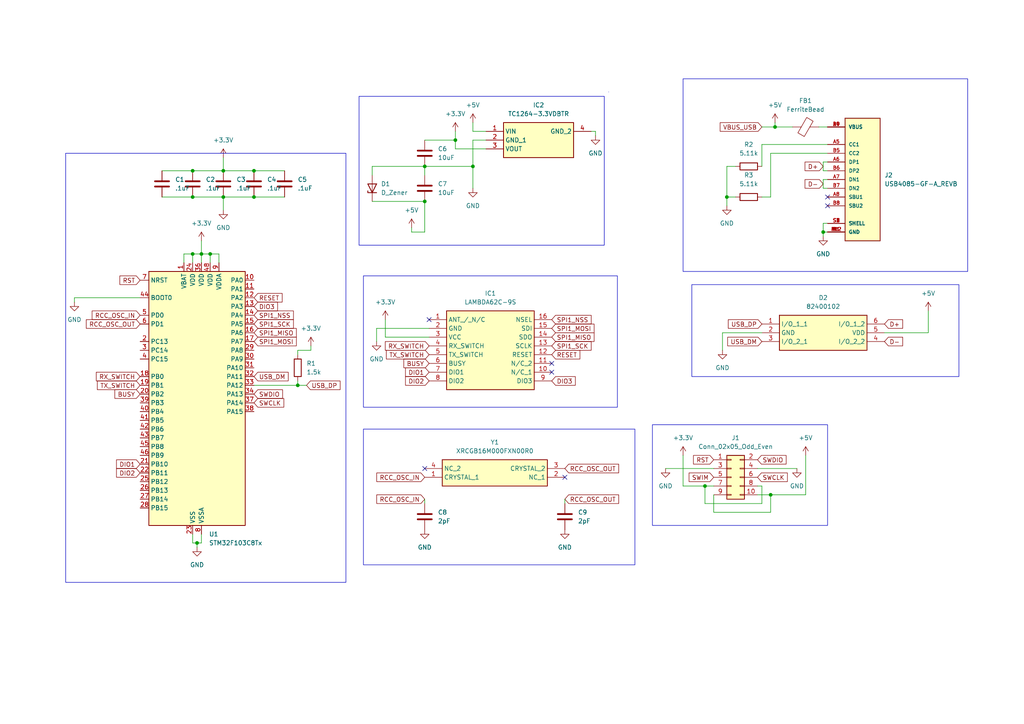
<source format=kicad_sch>
(kicad_sch (version 20230121) (generator eeschema)
  (paper "A4")
  (lib_symbols
    (symbol "Connector_Generic:Conn_02x05_Odd_Even" (pin_names (offset 1.016) hide)
      (property "Reference" "J" (at 1.27 7.62 0))
      (property "Value" "Conn_02x05_Odd_Even" (at 1.27 -7.62 0))
      (symbol "Conn_02x05_Odd_Even_1_1"
        (rectangle (start -1.27 -4.953) (end 0 -5.207) (stroke (width 0.1524)))
        (rectangle (start -1.27 -2.413) (end 0 -2.667) (stroke (width 0.1524)))
        (rectangle (start -1.27 0.127) (end 0 -0.127) (stroke (width 0.1524)))
        (rectangle (start -1.27 2.667) (end 0 2.413) (stroke (width 0.1524)))
        (rectangle (start -1.27 5.207) (end 0 4.953) (stroke (width 0.1524)))
        (rectangle (start -1.27 6.35) (end 3.81 -6.35) (stroke (width 0.254)) (fill (type background)))
        (rectangle (start 3.81 -4.953) (end 2.54 -5.207) (stroke (width 0.1524)))
        (rectangle (start 3.81 -2.413) (end 2.54 -2.667) (stroke (width 0.1524)))
        (rectangle (start 3.81 0.127) (end 2.54 -0.127) (stroke (width 0.1524)))
        (rectangle (start 3.81 2.667) (end 2.54 2.413) (stroke (width 0.1524)))
        (rectangle (start 3.81 5.207) (end 2.54 4.953) (stroke (width 0.1524)))
        (pin passive line (at -5.08 5.08 0) (length 3.81) (name "Pin_1") (number "1"))
        (pin passive line (at 7.62 -5.08 180) (length 3.81) (name "Pin_10") (number "10"))
        (pin passive line (at 7.62 5.08 180) (length 3.81) (name "Pin_2") (number "2"))
        (pin passive line (at -5.08 2.54 0) (length 3.81) (name "Pin_3") (number "3"))
        (pin passive line (at 7.62 2.54 180) (length 3.81) (name "Pin_4") (number "4"))
        (pin passive line (at -5.08 0 0) (length 3.81) (name "Pin_5") (number "5"))
        (pin passive line (at 7.62 0 180) (length 3.81) (name "Pin_6") (number "6"))
        (pin passive line (at -5.08 -2.54 0) (length 3.81) (name "Pin_7") (number "7"))
        (pin passive line (at 7.62 -2.54 180) (length 3.81) (name "Pin_8") (number "8"))
        (pin passive line (at -5.08 -5.08 0) (length 3.81) (name "Pin_9") (number "9"))
      )
    )
    (symbol "Device:C" (pin_numbers hide) (pin_names (offset 0.254))
      (property "Reference" "C" (at 0.635 2.54 0))
      (property "Value" "C" (at 0.635 -2.54 0))
      (symbol "C_0_1"
        (polyline (pts (xy -2.032 -0.762) (xy 2.032 -0.762)) (stroke (width 0.508)))
        (polyline (pts (xy -2.032 0.762) (xy 2.032 0.762)) (stroke (width 0.508)))
      )
      (symbol "C_1_1"
        (pin passive line (at 0 3.81 270) (length 2.794) (name "~") (number "1"))
        (pin passive line (at 0 -3.81 90) (length 2.794) (name "~") (number "2"))
      )
    )
    (symbol "Device:D_Zener" (pin_numbers hide) (pin_names (offset 1.016) hide)
      (property "Reference" "D" (at 0 2.54 0))
      (property "Value" "D_Zener" (at 0 -2.54 0))
      (symbol "D_Zener_0_1"
        (polyline (pts (xy 1.27 0) (xy -1.27 0)))
        (polyline (pts (xy -1.27 -1.27) (xy -1.27 1.27) (xy -0.762 1.27)) (stroke (width 0.254)))
        (polyline (pts (xy 1.27 -1.27) (xy 1.27 1.27) (xy -1.27 0) (xy 1.27 -1.27)) (stroke (width 0.254)))
      )
      (symbol "D_Zener_1_1"
        (pin passive line (at -3.81 0 0) (length 2.54) (name "K") (number "1"))
        (pin passive line (at 3.81 0 180) (length 2.54) (name "A") (number "2"))
      )
    )
    (symbol "Device:FerriteBead" (pin_numbers hide) (pin_names (offset 0))
      (property "Reference" "FB" (at -3.81 0.635 90))
      (property "Value" "FerriteBead" (at 3.81 0 90))
      (symbol "FerriteBead_0_1"
        (polyline (pts (xy 0 -1.27) (xy 0 -1.2192)))
        (polyline (pts (xy 0 1.27) (xy 0 1.2954)))
        (polyline (pts (xy -2.7686 0.4064) (xy -1.7018 2.2606) (xy 2.7686 -0.3048) (xy 1.6764 -2.159) (xy -2.7686 0.4064)))
      )
      (symbol "FerriteBead_1_1"
        (pin passive line (at 0 3.81 270) (length 2.54) (name "~") (number "1"))
        (pin passive line (at 0 -3.81 90) (length 2.54) (name "~") (number "2"))
      )
    )
    (symbol "Device:R" (pin_numbers hide) (pin_names (offset 0))
      (property "Reference" "R" (at 2.032 0 90))
      (property "Value" "R" (at 0 0 90))
      (symbol "R_0_1"
        (rectangle (start -1.016 -2.54) (end 1.016 2.54) (stroke (width 0.254)))
      )
      (symbol "R_1_1"
        (pin passive line (at 0 3.81 270) (length 1.27) (name "~") (number "1"))
        (pin passive line (at 0 -3.81 90) (length 1.27) (name "~") (number "2"))
      )
    )
    (symbol "MCU_ST_STM32F1:STM32F103C8Tx"
      (property "Reference" "U" (at -12.7 39.37 0))
      (property "Value" "STM32F103C8Tx" (at 10.16 39.37 0))
      (symbol "STM32F103C8Tx_0_1"
        (rectangle (start -12.7 -35.56) (end 15.24 38.1) (stroke (width 0.254)) (fill (type background)))
      )
      (symbol "STM32F103C8Tx_1_1"
        (pin power_in line (at -2.54 40.64 270) (length 2.54) (name "VBAT") (number "1"))
        (pin bidirectional line (at 17.78 35.56 180) (length 2.54) (name "PA0") (number "10"))
        (pin bidirectional line (at 17.78 33.02 180) (length 2.54) (name "PA1") (number "11"))
        (pin bidirectional line (at 17.78 30.48 180) (length 2.54) (name "PA2") (number "12"))
        (pin bidirectional line (at 17.78 27.94 180) (length 2.54) (name "PA3") (number "13"))
        (pin bidirectional line (at 17.78 25.4 180) (length 2.54) (name "PA4") (number "14"))
        (pin bidirectional line (at 17.78 22.86 180) (length 2.54) (name "PA5") (number "15"))
        (pin bidirectional line (at 17.78 20.32 180) (length 2.54) (name "PA6") (number "16"))
        (pin bidirectional line (at 17.78 17.78 180) (length 2.54) (name "PA7") (number "17"))
        (pin bidirectional line (at -15.24 7.62 0) (length 2.54) (name "PB0") (number "18"))
        (pin bidirectional line (at -15.24 5.08 0) (length 2.54) (name "PB1") (number "19"))
        (pin bidirectional line (at -15.24 17.78 0) (length 2.54) (name "PC13") (number "2"))
        (pin bidirectional line (at -15.24 2.54 0) (length 2.54) (name "PB2") (number "20"))
        (pin bidirectional line (at -15.24 -17.78 0) (length 2.54) (name "PB10") (number "21"))
        (pin bidirectional line (at -15.24 -20.32 0) (length 2.54) (name "PB11") (number "22"))
        (pin power_in line (at 0 -38.1 90) (length 2.54) (name "VSS") (number "23"))
        (pin power_in line (at 0 40.64 270) (length 2.54) (name "VDD") (number "24"))
        (pin bidirectional line (at -15.24 -22.86 0) (length 2.54) (name "PB12") (number "25"))
        (pin bidirectional line (at -15.24 -25.4 0) (length 2.54) (name "PB13") (number "26"))
        (pin bidirectional line (at -15.24 -27.94 0) (length 2.54) (name "PB14") (number "27"))
        (pin bidirectional line (at -15.24 -30.48 0) (length 2.54) (name "PB15") (number "28"))
        (pin bidirectional line (at 17.78 15.24 180) (length 2.54) (name "PA8") (number "29"))
        (pin bidirectional line (at -15.24 15.24 0) (length 2.54) (name "PC14") (number "3"))
        (pin bidirectional line (at 17.78 12.7 180) (length 2.54) (name "PA9") (number "30"))
        (pin bidirectional line (at 17.78 10.16 180) (length 2.54) (name "PA10") (number "31"))
        (pin bidirectional line (at 17.78 7.62 180) (length 2.54) (name "PA11") (number "32"))
        (pin bidirectional line (at 17.78 5.08 180) (length 2.54) (name "PA12") (number "33"))
        (pin bidirectional line (at 17.78 2.54 180) (length 2.54) (name "PA13") (number "34"))
        (pin passive line (at 0 -38.1 90) (length 2.54) hide (name "VSS") (number "35"))
        (pin power_in line (at 2.54 40.64 270) (length 2.54) (name "VDD") (number "36"))
        (pin bidirectional line (at 17.78 0 180) (length 2.54) (name "PA14") (number "37"))
        (pin bidirectional line (at 17.78 -2.54 180) (length 2.54) (name "PA15") (number "38"))
        (pin bidirectional line (at -15.24 0 0) (length 2.54) (name "PB3") (number "39"))
        (pin bidirectional line (at -15.24 12.7 0) (length 2.54) (name "PC15") (number "4"))
        (pin bidirectional line (at -15.24 -2.54 0) (length 2.54) (name "PB4") (number "40"))
        (pin bidirectional line (at -15.24 -5.08 0) (length 2.54) (name "PB5") (number "41"))
        (pin bidirectional line (at -15.24 -7.62 0) (length 2.54) (name "PB6") (number "42"))
        (pin bidirectional line (at -15.24 -10.16 0) (length 2.54) (name "PB7") (number "43"))
        (pin input line (at -15.24 30.48 0) (length 2.54) (name "BOOT0") (number "44"))
        (pin bidirectional line (at -15.24 -12.7 0) (length 2.54) (name "PB8") (number "45"))
        (pin bidirectional line (at -15.24 -15.24 0) (length 2.54) (name "PB9") (number "46"))
        (pin passive line (at 0 -38.1 90) (length 2.54) hide (name "VSS") (number "47"))
        (pin power_in line (at 5.08 40.64 270) (length 2.54) (name "VDD") (number "48"))
        (pin bidirectional line (at -15.24 25.4 0) (length 2.54) (name "PD0") (number "5"))
        (pin bidirectional line (at -15.24 22.86 0) (length 2.54) (name "PD1") (number "6"))
        (pin input line (at -15.24 35.56 0) (length 2.54) (name "NRST") (number "7"))
        (pin power_in line (at 2.54 -38.1 90) (length 2.54) (name "VSSA") (number "8"))
        (pin power_in line (at 7.62 40.64 270) (length 2.54) (name "VDDA") (number "9"))
      )
    )
    (symbol "SamacSys_Parts:82400102"
      (property "Reference" "D" (at 31.75 7.62 0))
      (property "Value" "82400102" (at 31.75 5.08 0))
      (symbol "82400102_1_1"
        (rectangle (start 5.08 2.54) (end 30.48 -7.62) (stroke (width 0.254)) (fill (type background)))
        (pin passive line (at 0 0 0) (length 5.08) (name "I/O_1_1") (number "1"))
        (pin passive line (at 0 -2.54 0) (length 5.08) (name "GND") (number "2"))
        (pin passive line (at 0 -5.08 0) (length 5.08) (name "I/O_2_1") (number "3"))
        (pin passive line (at 35.56 -5.08 180) (length 5.08) (name "I/O_2_2") (number "4"))
        (pin passive line (at 35.56 -2.54 180) (length 5.08) (name "VDD") (number "5"))
        (pin passive line (at 35.56 0 180) (length 5.08) (name "I/O_1_2") (number "6"))
      )
    )
    (symbol "SamacSys_Parts:LAMBDA62C-9S"
      (property "Reference" "IC" (at 31.75 7.62 0))
      (property "Value" "LAMBDA62C-9S" (at 31.75 5.08 0))
      (symbol "LAMBDA62C-9S_1_1"
        (rectangle (start 5.08 2.54) (end 30.48 -20.32) (stroke (width 0.254)) (fill (type background)))
        (pin passive line (at 0 0 0) (length 5.08) (name "ANT_/_N/C") (number "1"))
        (pin passive line (at 35.56 -15.24 180) (length 5.08) (name "N/C_1") (number "10"))
        (pin passive line (at 35.56 -12.7 180) (length 5.08) (name "N/C_2") (number "11"))
        (pin passive line (at 35.56 -10.16 180) (length 5.08) (name "RESET") (number "12"))
        (pin passive line (at 35.56 -7.62 180) (length 5.08) (name "SCLK") (number "13"))
        (pin passive line (at 35.56 -5.08 180) (length 5.08) (name "SDO") (number "14"))
        (pin passive line (at 35.56 -2.54 180) (length 5.08) (name "SDI") (number "15"))
        (pin passive line (at 35.56 0 180) (length 5.08) (name "NSEL") (number "16"))
        (pin passive line (at 0 -2.54 0) (length 5.08) (name "GND") (number "2"))
        (pin passive line (at 0 -5.08 0) (length 5.08) (name "VCC") (number "3"))
        (pin passive line (at 0 -7.62 0) (length 5.08) (name "RX_SWITCH") (number "4"))
        (pin passive line (at 0 -10.16 0) (length 5.08) (name "TX_SWITCH") (number "5"))
        (pin passive line (at 0 -12.7 0) (length 5.08) (name "BUSY") (number "6"))
        (pin passive line (at 0 -15.24 0) (length 5.08) (name "DIO1") (number "7"))
        (pin passive line (at 0 -17.78 0) (length 5.08) (name "DIO2") (number "8"))
        (pin passive line (at 35.56 -17.78 180) (length 5.08) (name "DIO3") (number "9"))
      )
    )
    (symbol "SamacSys_Parts:TC1264-3.3VDBTR"
      (property "Reference" "IC" (at 26.67 7.62 0))
      (property "Value" "TC1264-3.3VDBTR" (at 26.67 5.08 0))
      (symbol "TC1264-3.3VDBTR_1_1"
        (rectangle (start 5.08 2.54) (end 25.4 -7.62) (stroke (width 0.254)) (fill (type background)))
        (pin passive line (at 0 0 0) (length 5.08) (name "VIN") (number "1"))
        (pin passive line (at 0 -2.54 0) (length 5.08) (name "GND_1") (number "2"))
        (pin passive line (at 0 -5.08 0) (length 5.08) (name "VOUT") (number "3"))
        (pin passive line (at 30.48 0 180) (length 5.08) (name "GND_2") (number "4"))
      )
    )
    (symbol "SamacSys_Parts:XRCGB16M000FXN00R0"
      (property "Reference" "Y" (at 36.83 7.62 0))
      (property "Value" "XRCGB16M000FXN00R0" (at 36.83 5.08 0))
      (symbol "XRCGB16M000FXN00R0_1_1"
        (rectangle (start 5.08 2.54) (end 35.56 -5.08) (stroke (width 0.254)) (fill (type background)))
        (pin passive line (at 0 -2.54 0) (length 5.08) (name "CRYSTAL_1") (number "1"))
        (pin passive line (at 40.64 -2.54 180) (length 5.08) (name "NC_1") (number "2"))
        (pin passive line (at 40.64 0 180) (length 5.08) (name "CRYSTAL_2") (number "3"))
        (pin passive line (at 0 0 0) (length 5.08) (name "NC_2") (number "4"))
      )
    )
    (symbol "USB4085-GF-A_REVB:USB4085-GF-A_REVB" (pin_names (offset 1.016))
      (property "Reference" "J" (at -5.08 18.288 0))
      (property "Value" "USB4085-GF-A_REVB" (at -5.08 -20.32 0))
      (symbol "USB4085-GF-A_REVB_0_0"
        (rectangle (start -5.08 -17.78) (end 5.08 17.78) (stroke (width 0.254)) (fill (type background)))
        (pin power_in line (at -10.16 -15.24 0) (length 5.08) (name "GND") (number "A1"))
        (pin power_in line (at -10.16 -15.24 0) (length 5.08) (name "GND") (number "A12"))
        (pin power_in line (at -10.16 15.24 0) (length 5.08) (name "VBUS") (number "A4"))
        (pin bidirectional line (at -10.16 10.16 0) (length 5.08) (name "CC1") (number "A5"))
        (pin bidirectional line (at -10.16 5.08 0) (length 5.08) (name "DP1") (number "A6"))
        (pin bidirectional line (at -10.16 0 0) (length 5.08) (name "DN1") (number "A7"))
        (pin bidirectional line (at -10.16 -5.08 0) (length 5.08) (name "SBU1") (number "A8"))
        (pin power_in line (at -10.16 15.24 0) (length 5.08) (name "VBUS") (number "A9"))
        (pin power_in line (at -10.16 -15.24 0) (length 5.08) (name "GND") (number "B1"))
        (pin power_in line (at -10.16 -15.24 0) (length 5.08) (name "GND") (number "B12"))
        (pin power_in line (at -10.16 15.24 0) (length 5.08) (name "VBUS") (number "B4"))
        (pin bidirectional line (at -10.16 7.62 0) (length 5.08) (name "CC2") (number "B5"))
        (pin bidirectional line (at -10.16 2.54 0) (length 5.08) (name "DP2") (number "B6"))
        (pin bidirectional line (at -10.16 -2.54 0) (length 5.08) (name "DN2") (number "B7"))
        (pin bidirectional line (at -10.16 -7.62 0) (length 5.08) (name "SBU2") (number "B8"))
        (pin power_in line (at -10.16 15.24 0) (length 5.08) (name "VBUS") (number "B9"))
        (pin passive line (at -10.16 -12.7 0) (length 5.08) (name "SHELL") (number "S1"))
        (pin passive line (at -10.16 -12.7 0) (length 5.08) (name "SHELL") (number "S2"))
        (pin passive line (at -10.16 -12.7 0) (length 5.08) (name "SHELL") (number "S3"))
        (pin passive line (at -10.16 -12.7 0) (length 5.08) (name "SHELL") (number "S4"))
      )
    )
    (symbol "power:+3.3V" (power) (pin_names (offset 0))
      (property "Value" "+3.3V" (at 0 3.556 0))
      (symbol "+3.3V_0_1"
        (polyline (pts (xy -0.762 1.27) (xy 0 2.54)))
        (polyline (pts (xy 0 0) (xy 0 2.54)))
        (polyline (pts (xy 0 2.54) (xy 0.762 1.27)))
      )
      (symbol "+3.3V_1_1"
        (pin power_in line (at 0 0 90) (length 0) hide (name "+3.3V") (number "1"))
      )
    )
    (symbol "power:+5V" (power) (pin_names (offset 0))
      (property "Value" "+5V" (at 0 3.556 0))
      (symbol "+5V_0_1"
        (polyline (pts (xy -0.762 1.27) (xy 0 2.54)))
        (polyline (pts (xy 0 0) (xy 0 2.54)))
        (polyline (pts (xy 0 2.54) (xy 0.762 1.27)))
      )
      (symbol "+5V_1_1"
        (pin power_in line (at 0 0 90) (length 0) hide (name "+5V") (number "1"))
      )
    )
    (symbol "power:GND" (power) (pin_names (offset 0))
      (property "Value" "GND" (at 0 -3.81 0))
      (symbol "GND_0_1"
        (polyline (pts (xy 0 0) (xy 0 -1.27) (xy 1.27 -1.27) (xy 0 -2.54) (xy -1.27 -1.27) (xy 0 -1.27)))
      )
      (symbol "GND_1_1"
        (pin power_in line (at 0 0 270) (length 0) hide (name "GND") (number "1"))
      )
    )
  )
  (junction (at 55.88 57.15))
  (junction (at 55.88 73.66))
  (junction (at 123.19 58.42))
  (junction (at 137.16 48.26))
  (junction (at 132.08 40.64))
  (junction (at 64.77 49.53))
  (junction (at 64.77 57.15))
  (junction (at 223.52 143.51))
  (junction (at 204.47 140.97))
  (junction (at 60.96 73.66))
  (junction (at 86.36 111.76))
  (junction (at 58.42 73.66))
  (junction (at 57.15 157.48))
  (junction (at 238.76 67.31))
  (junction (at 224.79 36.83))
  (junction (at 73.66 57.15))
  (junction (at 123.19 48.26))
  (junction (at 55.88 49.53))
  (junction (at 73.66 49.53))
  (junction (at 210.82 57.15))
  (no_connect (at 124.46 92.71))
  (no_connect (at 240.03 59.69))
  (no_connect (at 123.19 135.89))
  (no_connect (at 240.03 57.15))
  (no_connect (at 163.83 138.43))
  (no_connect (at 160.02 105.41))
  (no_connect (at 160.02 107.95))
  (wire (pts (xy 58.42 73.66) (xy 60.96 73.66)))
  (wire (pts (xy 86.36 110.49) (xy 86.36 111.76)))
  (wire (pts (xy 60.96 73.66) (xy 63.5 73.66)))
  (wire (pts (xy 223.52 44.45) (xy 223.52 57.15)))
  (wire (pts (xy 140.97 38.1) (xy 137.16 38.1)))
  (wire (pts (xy 238.76 68.58) (xy 238.76 67.31)))
  (wire (pts (xy 107.95 58.42) (xy 123.19 58.42)))
  (wire (pts (xy 210.82 57.15) (xy 213.36 57.15)))
  (wire (pts (xy 207.01 140.97) (xy 204.47 140.97)))
  (wire (pts (xy 137.16 40.64) (xy 140.97 40.64)))
  (wire (pts (xy 123.19 48.26) (xy 123.19 50.8)))
  (wire (pts (xy 73.66 111.76) (xy 86.36 111.76)))
  (wire (pts (xy 109.22 95.25) (xy 124.46 95.25)))
  (wire (pts (xy 224.79 35.56) (xy 224.79 36.83)))
  (wire (pts (xy 237.49 36.83) (xy 240.03 36.83)))
  (wire (pts (xy 220.98 41.91) (xy 240.03 41.91)))
  (wire (pts (xy 119.38 67.31) (xy 123.19 67.31)))
  (wire (pts (xy 204.47 140.97) (xy 198.12 140.97)))
  (wire (pts (xy 238.76 54.61) (xy 238.76 52.07)))
  (wire (pts (xy 209.55 96.52) (xy 220.98 96.52)))
  (wire (pts (xy 123.19 144.78) (xy 123.19 146.05)))
  (wire (pts (xy 224.79 36.83) (xy 229.87 36.83)))
  (wire (pts (xy 57.15 157.48) (xy 57.15 158.75)))
  (wire (pts (xy 137.16 48.26) (xy 137.16 40.64)))
  (wire (pts (xy 21.59 87.63) (xy 21.59 86.36)))
  (wire (pts (xy 219.71 135.89) (xy 231.14 135.89)))
  (wire (pts (xy 207.01 148.59) (xy 223.52 148.59)))
  (wire (pts (xy 132.08 38.1) (xy 132.08 40.64)))
  (wire (pts (xy 269.24 96.52) (xy 269.24 90.17)))
  (wire (pts (xy 219.71 140.97) (xy 220.98 140.97)))
  (wire (pts (xy 207.01 135.89) (xy 193.04 135.89)))
  (wire (pts (xy 46.99 49.53) (xy 55.88 49.53)))
  (wire (pts (xy 82.55 57.15) (xy 73.66 57.15)))
  (wire (pts (xy 58.42 73.66) (xy 58.42 76.2)))
  (wire (pts (xy 55.88 57.15) (xy 64.77 57.15)))
  (wire (pts (xy 220.98 140.97) (xy 220.98 146.05)))
  (wire (pts (xy 238.76 49.53) (xy 240.03 49.53)))
  (wire (pts (xy 137.16 54.61) (xy 137.16 48.26)))
  (wire (pts (xy 46.99 57.15) (xy 55.88 57.15)))
  (wire (pts (xy 238.76 46.99) (xy 238.76 49.53)))
  (wire (pts (xy 204.47 146.05) (xy 204.47 140.97)))
  (wire (pts (xy 55.88 73.66) (xy 58.42 73.66)))
  (wire (pts (xy 238.76 64.77) (xy 238.76 67.31)))
  (wire (pts (xy 107.95 48.26) (xy 123.19 48.26)))
  (wire (pts (xy 172.72 39.37) (xy 172.72 38.1)))
  (wire (pts (xy 90.17 100.33) (xy 90.17 101.6)))
  (wire (pts (xy 119.38 66.04) (xy 119.38 67.31)))
  (wire (pts (xy 210.82 59.69) (xy 210.82 57.15)))
  (wire (pts (xy 240.03 44.45) (xy 223.52 44.45)))
  (wire (pts (xy 140.97 43.18) (xy 132.08 43.18)))
  (wire (pts (xy 58.42 157.48) (xy 57.15 157.48)))
  (wire (pts (xy 57.15 157.48) (xy 55.88 157.48)))
  (wire (pts (xy 53.34 76.2) (xy 53.34 73.66)))
  (wire (pts (xy 223.52 143.51) (xy 233.68 143.51)))
  (wire (pts (xy 219.71 143.51) (xy 223.52 143.51)))
  (wire (pts (xy 58.42 154.94) (xy 58.42 157.48)))
  (wire (pts (xy 107.95 50.8) (xy 107.95 48.26)))
  (wire (pts (xy 220.98 36.83) (xy 224.79 36.83)))
  (wire (pts (xy 21.59 86.36) (xy 40.64 86.36)))
  (wire (pts (xy 73.66 49.53) (xy 64.77 49.53)))
  (wire (pts (xy 55.88 49.53) (xy 64.77 49.53)))
  (wire (pts (xy 213.36 48.26) (xy 210.82 48.26)))
  (wire (pts (xy 64.77 57.15) (xy 64.77 60.96)))
  (wire (pts (xy 238.76 52.07) (xy 240.03 52.07)))
  (wire (pts (xy 123.19 58.42) (xy 123.19 67.31)))
  (wire (pts (xy 63.5 73.66) (xy 63.5 76.2)))
  (wire (pts (xy 256.54 96.52) (xy 269.24 96.52)))
  (wire (pts (xy 123.19 48.26) (xy 137.16 48.26)))
  (wire (pts (xy 220.98 48.26) (xy 220.98 41.91)))
  (wire (pts (xy 240.03 64.77) (xy 238.76 64.77)))
  (wire (pts (xy 111.76 97.79) (xy 124.46 97.79)))
  (wire (pts (xy 86.36 101.6) (xy 86.36 102.87)))
  (wire (pts (xy 53.34 73.66) (xy 55.88 73.66)))
  (wire (pts (xy 220.98 146.05) (xy 204.47 146.05)))
  (wire (pts (xy 73.66 57.15) (xy 64.77 57.15)))
  (wire (pts (xy 163.83 144.78) (xy 163.83 146.05)))
  (wire (pts (xy 82.55 49.53) (xy 73.66 49.53)))
  (wire (pts (xy 240.03 46.99) (xy 238.76 46.99)))
  (wire (pts (xy 58.42 69.85) (xy 58.42 73.66)))
  (wire (pts (xy 223.52 148.59) (xy 223.52 143.51)))
  (wire (pts (xy 238.76 67.31) (xy 240.03 67.31)))
  (wire (pts (xy 220.98 57.15) (xy 223.52 57.15)))
  (wire (pts (xy 109.22 99.06) (xy 109.22 95.25)))
  (wire (pts (xy 86.36 111.76) (xy 88.9 111.76)))
  (wire (pts (xy 240.03 54.61) (xy 238.76 54.61)))
  (wire (pts (xy 60.96 73.66) (xy 60.96 76.2)))
  (wire (pts (xy 209.55 101.6) (xy 209.55 96.52)))
  (wire (pts (xy 111.76 92.71) (xy 111.76 97.79)))
  (wire (pts (xy 64.77 49.53) (xy 64.77 45.72)))
  (wire (pts (xy 210.82 48.26) (xy 210.82 57.15)))
  (wire (pts (xy 55.88 154.94) (xy 55.88 157.48)))
  (wire (pts (xy 86.36 101.6) (xy 90.17 101.6)))
  (wire (pts (xy 172.72 38.1) (xy 171.45 38.1)))
  (wire (pts (xy 132.08 40.64) (xy 123.19 40.64)))
  (wire (pts (xy 207.01 143.51) (xy 207.01 148.59)))
  (wire (pts (xy 198.12 140.97) (xy 198.12 132.08)))
  (wire (pts (xy 55.88 73.66) (xy 55.88 76.2)))
  (wire (pts (xy 233.68 143.51) (xy 233.68 132.08)))
  (wire (pts (xy 137.16 38.1) (xy 137.16 35.56)))
  (wire (pts (xy 132.08 43.18) (xy 132.08 40.64)))
  (rectangle (start 189.23 123.19) (end 240.03 152.4))
  (rectangle (start 176.53 26.67) (end 176.53 26.67))
  (rectangle (start 200.66 82.55) (end 278.13 109.22))
  (rectangle (start 198.12 22.86) (end 280.67 78.74))
  (rectangle (start 19.05 44.45) (end 100.33 168.91))
  (rectangle (start 105.41 80.01) (end 179.07 118.11))
  (rectangle (start 105.41 124.46) (end 184.15 163.83))
  (rectangle (start 104.14 27.94) (end 175.26 71.12))
  (global_label "RCC_OSC_IN" (shape input) (at 123.19 138.43 180) (property "Intersheetrefs" "${INTERSHEET_REFS}" (effects hide)))
  (global_label "SPI1_SCK" (shape input) (at 73.66 93.98 0) (property "Intersheetrefs" "${INTERSHEET_REFS}" (effects hide)))
  (global_label "SPI1_NSS" (shape input) (at 160.02 92.71 0) (property "Intersheetrefs" "${INTERSHEET_REFS}" (effects hide)))
  (global_label "SPI1_NSS" (shape input) (at 73.66 91.44 0) (property "Intersheetrefs" "${INTERSHEET_REFS}" (effects hide)))
  (global_label "SPI1_MOSI" (shape input) (at 160.02 95.25 0) (property "Intersheetrefs" "${INTERSHEET_REFS}" (effects hide)))
  (global_label "USB_DM" (shape input) (at 73.66 109.22 0) (property "Intersheetrefs" "${INTERSHEET_REFS}" (effects hide)))
  (global_label "D+" (shape input) (at 238.76 48.26 180) (property "Intersheetrefs" "${INTERSHEET_REFS}" (effects hide)))
  (global_label "BUSY" (shape input) (at 124.46 105.41 180) (property "Intersheetrefs" "${INTERSHEET_REFS}" (effects hide)))
  (global_label "BUSY" (shape input) (at 40.64 114.3 180) (property "Intersheetrefs" "${INTERSHEET_REFS}" (effects hide)))
  (global_label "D+" (shape input) (at 256.54 93.98 0) (property "Intersheetrefs" "${INTERSHEET_REFS}" (effects hide)))
  (global_label "RX_SWITCH" (shape input) (at 40.64 109.22 180) (property "Intersheetrefs" "${INTERSHEET_REFS}" (effects hide)))
  (global_label "SWIM" (shape input) (at 207.01 138.43 180) (property "Intersheetrefs" "${INTERSHEET_REFS}" (effects hide)))
  (global_label "SPI1_MOSI" (shape input) (at 73.66 99.06 0) (property "Intersheetrefs" "${INTERSHEET_REFS}" (effects hide)))
  (global_label "RESET" (shape input) (at 160.02 102.87 0) (property "Intersheetrefs" "${INTERSHEET_REFS}" (effects hide)))
  (global_label "D-" (shape input) (at 238.76 53.34 180) (property "Intersheetrefs" "${INTERSHEET_REFS}" (effects hide)))
  (global_label "SWDIO" (shape input) (at 219.71 133.35 0) (property "Intersheetrefs" "${INTERSHEET_REFS}" (effects hide)))
  (global_label "RCC_OSC_IN" (shape input) (at 123.19 144.78 180) (property "Intersheetrefs" "${INTERSHEET_REFS}" (effects hide)))
  (global_label "RCC_OSC_OUT" (shape input) (at 163.83 135.89 0) (property "Intersheetrefs" "${INTERSHEET_REFS}" (effects hide)))
  (global_label "SPI1_MISO" (shape input) (at 73.66 96.52 0) (property "Intersheetrefs" "${INTERSHEET_REFS}" (effects hide)))
  (global_label "RESET" (shape input) (at 73.66 86.36 0) (property "Intersheetrefs" "${INTERSHEET_REFS}" (effects hide)))
  (global_label "RST" (shape input) (at 207.01 133.35 180) (property "Intersheetrefs" "${INTERSHEET_REFS}" (effects hide)))
  (global_label "DIO2" (shape input) (at 40.64 137.16 180) (property "Intersheetrefs" "${INTERSHEET_REFS}" (effects hide)))
  (global_label "DIO1" (shape input) (at 40.64 134.62 180) (property "Intersheetrefs" "${INTERSHEET_REFS}" (effects hide)))
  (global_label "SPI1_SCK" (shape input) (at 160.02 100.33 0) (property "Intersheetrefs" "${INTERSHEET_REFS}" (effects hide)))
  (global_label "USB_DP" (shape input) (at 220.98 93.98 180) (property "Intersheetrefs" "${INTERSHEET_REFS}" (effects hide)))
  (global_label "TX_SWITCH" (shape input) (at 124.46 102.87 180) (property "Intersheetrefs" "${INTERSHEET_REFS}" (effects hide)))
  (global_label "D-" (shape input) (at 256.54 99.06 0) (property "Intersheetrefs" "${INTERSHEET_REFS}" (effects hide)))
  (global_label "SWDIO" (shape input) (at 73.66 114.3 0) (property "Intersheetrefs" "${INTERSHEET_REFS}" (effects hide)))
  (global_label "RX_SWITCH" (shape input) (at 124.46 100.33 180) (property "Intersheetrefs" "${INTERSHEET_REFS}" (effects hide)))
  (global_label "RCC_OSC_OUT" (shape input) (at 163.83 144.78 0) (property "Intersheetrefs" "${INTERSHEET_REFS}" (effects hide)))
  (global_label "DIO1" (shape input) (at 124.46 107.95 180) (property "Intersheetrefs" "${INTERSHEET_REFS}" (effects hide)))
  (global_label "RST" (shape input) (at 40.64 81.28 180) (property "Intersheetrefs" "${INTERSHEET_REFS}" (effects hide)))
  (global_label "DIO3" (shape input) (at 73.66 88.9 0) (property "Intersheetrefs" "${INTERSHEET_REFS}" (effects hide)))
  (global_label "USB_DM" (shape input) (at 220.98 99.06 180) (property "Intersheetrefs" "${INTERSHEET_REFS}" (effects hide)))
  (global_label "DIO2" (shape input) (at 124.46 110.49 180) (property "Intersheetrefs" "${INTERSHEET_REFS}" (effects hide)))
  (global_label "RCC_OSC_OUT" (shape input) (at 40.64 93.98 180) (property "Intersheetrefs" "${INTERSHEET_REFS}" (effects hide)))
  (global_label "USB_DP" (shape input) (at 88.9 111.76 0) (property "Intersheetrefs" "${INTERSHEET_REFS}" (effects hide)))
  (global_label "SPI1_MISO" (shape input) (at 160.02 97.79 0) (property "Intersheetrefs" "${INTERSHEET_REFS}" (effects hide)))
  (global_label "RCC_OSC_IN" (shape input) (at 40.64 91.44 180) (property "Intersheetrefs" "${INTERSHEET_REFS}" (effects hide)))
  (global_label "SWCLK" (shape input) (at 73.66 116.84 0) (property "Intersheetrefs" "${INTERSHEET_REFS}" (effects hide)))
  (global_label "TX_SWITCH" (shape input) (at 40.64 111.76 180) (property "Intersheetrefs" "${INTERSHEET_REFS}" (effects hide)))
  (global_label "DIO3" (shape input) (at 160.02 110.49 0) (property "Intersheetrefs" "${INTERSHEET_REFS}" (effects hide)))
  (global_label "SWCLK" (shape input) (at 219.71 138.43 0) (property "Intersheetrefs" "${INTERSHEET_REFS}" (effects hide)))
  (global_label "VBUS_USB" (shape input) (at 220.98 36.83 180) (property "Intersheetrefs" "${INTERSHEET_REFS}" (effects hide)))
  (symbol (lib_id "power:+3.3V") (at 198.12 132.08 0) (unit 1)
    (property "Reference" "#PWR017" (effects hide))
    (property "Value" "+3.3V" (at 198.12 127 0))
  )
  (symbol (lib_id "power:+5V") (at 119.38 66.04 0) (unit 1)
    (property "Reference" "#PWR09" (effects hide))
    (property "Value" "+5V" (at 119.38 60.96 0))
  )
  (symbol (lib_id "Device:R") (at 217.17 48.26 90) (unit 1)
    (property "Reference" "R2" (at 217.17 41.91 90))
    (property "Value" "5.11k" (at 217.17 44.45 90))
    (property "Footprint" "Resistor_SMD:R_0805_2012Metric" (effects hide))
  )
  (symbol (lib_id "Device:C") (at 55.88 53.34 0) (unit 1)
    (property "Reference" "C2" (at 59.69 52.07 0) (effects (justify left)))
    (property "Value" ".1uF" (at 59.69 54.61 0) (effects (justify left)))
    (property "Footprint" "Capacitor_SMD:C_0805_2012Metric" (effects hide))
  )
  (symbol (lib_id "power:GND") (at 163.83 153.67 0) (unit 1)
    (property "Reference" "#PWR014" (effects hide))
    (property "Value" "GND" (at 163.83 158.75 0))
  )
  (symbol (lib_id "SamacSys_Parts:LAMBDA62C-9S") (at 124.46 92.71 0) (unit 1)
    (property "Reference" "IC1" (at 142.24 85.09 0))
    (property "Value" "LAMBDA62C-9S" (at 142.24 87.63 0))
    (property "Footprint" "KiCAD Library Loader:LAMBDA62C9S" (effects hide))
    (property "Datasheet" "https://componentsearchengine.com/Datasheets/1/LAMBDA62C-9S.pdf" (effects hide))
    (property "Height" "2" (effects hide))
    (property "Mouser Part Number" "223-LAMBDA62C-9S" (effects hide))
    (property "Mouser Price/Stock" "https://www.mouser.co.uk/ProductDetail/RF-Solutions/LAMBDA62C-9S?qs=17u8i%2FzlE8%2Fy9gCoEP5olQ%3D%3D" (effects hide))
    (property "Manufacturer_Name" "RF SOLUTIONS" (effects hide))
    (property "Manufacturer_Part_Number" "LAMBDA62C-9S" (effects hide))
  )
  (symbol (lib_id "power:GND") (at 137.16 54.61 0) (unit 1)
    (property "Reference" "#PWR013" (effects hide))
    (property "Value" "GND" (at 137.16 59.69 0))
  )
  (symbol (lib_id "Device:R") (at 217.17 57.15 90) (unit 1)
    (property "Reference" "R3" (at 217.17 50.8 90))
    (property "Value" "5.11k" (at 217.17 53.34 90))
    (property "Footprint" "Resistor_SMD:R_0805_2012Metric" (effects hide))
  )
  (symbol (lib_id "Device:C") (at 123.19 149.86 0) (unit 1)
    (property "Reference" "C8" (at 127 148.59 0) (effects (justify left)))
    (property "Value" "2pF" (at 127 151.13 0) (effects (justify left)))
    (property "Footprint" "Capacitor_SMD:C_0805_2012Metric" (effects hide))
  )
  (symbol (lib_id "Device:C") (at 64.77 53.34 0) (unit 1)
    (property "Reference" "C3" (at 68.58 52.07 0) (effects (justify left)))
    (property "Value" ".1uF" (at 68.58 54.61 0) (effects (justify left)))
    (property "Footprint" "Capacitor_SMD:C_0805_2012Metric" (effects hide))
  )
  (symbol (lib_id "power:GND") (at 123.19 153.67 0) (unit 1)
    (property "Reference" "#PWR010" (effects hide))
    (property "Value" "GND" (at 123.19 158.75 0))
  )
  (symbol (lib_id "Connector_Generic:Conn_02x05_Odd_Even") (at 212.09 138.43 0) (unit 1)
    (property "Reference" "J1" (at 213.36 127 0))
    (property "Value" "Conn_02x05_Odd_Even" (at 213.36 129.54 0))
    (property "Footprint" "Connector_PinSocket_2.54mm:PinSocket_2x05_P2.54mm_Vertical" (effects hide))
  )
  (symbol (lib_id "Device:C") (at 123.19 44.45 0) (unit 1)
    (property "Reference" "C6" (at 127 43.18 0) (effects (justify left)))
    (property "Value" "10uF" (at 127 45.72 0) (effects (justify left)))
    (property "Footprint" "Capacitor_SMD:C_0805_2012Metric" (effects hide))
  )
  (symbol (lib_id "power:GND") (at 210.82 59.69 0) (unit 1)
    (property "Reference" "#PWR019" (effects hide))
    (property "Value" "GND" (at 210.82 64.77 0))
  )
  (symbol (lib_id "power:GND") (at 193.04 135.89 0) (unit 1)
    (property "Reference" "#PWR016" (effects hide))
    (property "Value" "GND" (at 193.04 140.97 0))
  )
  (symbol (lib_id "power:+5V") (at 269.24 90.17 0) (unit 1)
    (property "Reference" "#PWR024" (effects hide))
    (property "Value" "+5V" (at 269.24 85.09 0))
  )
  (symbol (lib_id "power:GND") (at 64.77 60.96 0) (mirror y) (unit 1)
    (property "Reference" "#PWR05" (effects hide))
    (property "Value" "GND" (at 64.77 66.04 0))
  )
  (symbol (lib_id "Device:C") (at 163.83 149.86 0) (unit 1)
    (property "Reference" "C9" (at 167.64 148.59 0) (effects (justify left)))
    (property "Value" "2pF" (at 167.64 151.13 0) (effects (justify left)))
    (property "Footprint" "Capacitor_SMD:C_0805_2012Metric" (effects hide))
  )
  (symbol (lib_id "Device:C") (at 73.66 53.34 0) (unit 1)
    (property "Reference" "C4" (at 77.47 52.07 0) (effects (justify left)))
    (property "Value" ".1uF" (at 77.47 54.61 0) (effects (justify left)))
    (property "Footprint" "Capacitor_SMD:C_0805_2012Metric" (effects hide))
  )
  (symbol (lib_id "power:GND") (at 57.15 158.75 0) (unit 1)
    (property "Reference" "#PWR02" (effects hide))
    (property "Value" "GND" (at 57.15 163.83 0))
  )
  (symbol (lib_id "power:+3.3V") (at 132.08 38.1 0) (unit 1)
    (property "Reference" "#PWR011" (effects hide))
    (property "Value" "+3.3V" (at 132.08 33.02 0))
  )
  (symbol (lib_id "MCU_ST_STM32F1:STM32F103C8Tx") (at 55.88 116.84 0) (unit 1)
    (property "Reference" "U1" (at 60.6141 154.94 0) (effects (justify left)))
    (property "Value" "STM32F103C8Tx" (at 60.6141 157.48 0) (effects (justify left)))
    (property "Footprint" "Package_QFP:LQFP-48_7x7mm_P0.5mm" (effects hide))
    (property "Datasheet" "https://www.st.com/resource/en/datasheet/stm32f103c8.pdf" (effects hide))
  )
  (symbol (lib_id "Device:C") (at 82.55 53.34 0) (unit 1)
    (property "Reference" "C5" (at 86.36 52.07 0) (effects (justify left)))
    (property "Value" ".1uF" (at 86.36 54.61 0) (effects (justify left)))
    (property "Footprint" "Capacitor_SMD:C_0805_2012Metric" (effects hide))
  )
  (symbol (lib_id "SamacSys_Parts:XRCGB16M000FXN00R0") (at 123.19 135.89 0) (unit 1)
    (property "Reference" "Y1" (at 143.51 128.27 0))
    (property "Value" "XRCGB16M000FXN00R0" (at 143.51 130.81 0))
    (property "Footprint" "KiCAD Library Loader:XRCGB16M000FXN1R0" (effects hide))
    (property "Datasheet" "https://www.murata.com/en-eu/products/productdata/8801075200030/SPEC-XRCGB16M000FXN00R0.pdf?1541043009000" (effects hide))
    (property "Height" "0.7" (effects hide))
    (property "Mouser Part Number" "81-XRCGB16M000FXN00R" (effects hide))
    (property "Mouser Price/Stock" "https://www.mouser.co.uk/ProductDetail/Murata-Electronics/XRCGB16M000FXN00R0?qs=rrS6PyfT74c4lzHyxHRXaA%3D%3D" (effects hide))
    (property "Manufacturer_Name" "Murata Electronics" (effects hide))
    (property "Manufacturer_Part_Number" "XRCGB16M000FXN00R0" (effects hide))
  )
  (symbol (lib_id "power:GND") (at 21.59 87.63 0) (mirror y) (unit 1)
    (property "Reference" "#PWR01" (effects hide))
    (property "Value" "GND" (at 21.59 92.71 0))
  )
  (symbol (lib_id "SamacSys_Parts:TC1264-3.3VDBTR") (at 140.97 38.1 0) (unit 1)
    (property "Reference" "IC2" (at 156.21 30.48 0))
    (property "Value" "TC1264-3.3VDBTR" (at 156.21 33.02 0))
    (property "Footprint" "KiCAD Library Loader:SOT230P700X180-4N" (effects hide))
    (property "Height" "1.8" (effects hide))
    (property "Mouser Part Number" "579-TC1264-3.3VDBTR" (effects hide))
    (property "Mouser Price/Stock" "https://www.mouser.co.uk/ProductDetail/Microchip-Technology/TC1264-3.3VDBTR?qs=EkZBwCRGcSs72PT5fOeaFg%3D%3D" (effects hide))
    (property "Manufacturer_Name" "Microchip" (effects hide))
    (property "Manufacturer_Part_Number" "TC1264-3.3VDBTR" (effects hide))
  )
  (symbol (lib_id "power:GND") (at 238.76 68.58 0) (unit 1)
    (property "Reference" "#PWR023" (effects hide))
    (property "Value" "GND" (at 238.76 73.66 0))
  )
  (symbol (lib_id "power:GND") (at 109.22 99.06 0) (unit 1)
    (property "Reference" "#PWR07" (effects hide))
    (property "Value" "GND" (at 109.22 104.14 0))
  )
  (symbol (lib_id "Device:C") (at 123.19 54.61 0) (unit 1)
    (property "Reference" "C7" (at 127 53.34 0) (effects (justify left)))
    (property "Value" "10uF" (at 127 55.88 0) (effects (justify left)))
    (property "Footprint" "Capacitor_SMD:C_0805_2012Metric" (effects hide))
  )
  (symbol (lib_id "power:+5V") (at 137.16 35.56 0) (unit 1)
    (property "Reference" "#PWR012" (effects hide))
    (property "Value" "+5V" (at 137.16 30.48 0))
  )
  (symbol (lib_id "power:+3.3V") (at 111.76 92.71 0) (unit 1)
    (property "Reference" "#PWR08" (effects hide))
    (property "Value" "+3.3V" (at 111.76 87.63 0))
  )
  (symbol (lib_id "power:+3.3V") (at 64.77 45.72 0) (unit 1)
    (property "Reference" "#PWR04" (effects hide))
    (property "Value" "+3.3V" (at 64.77 40.64 0))
  )
  (symbol (lib_id "power:+3.3V") (at 58.42 69.85 0) (unit 1)
    (property "Reference" "#PWR03" (effects hide))
    (property "Value" "+3.3V" (at 58.42 64.77 0))
  )
  (symbol (lib_id "power:GND") (at 209.55 101.6 0) (unit 1)
    (property "Reference" "#PWR018" (effects hide))
    (property "Value" "GND" (at 209.55 106.68 0))
  )
  (symbol (lib_id "Device:D_Zener") (at 107.95 54.61 90) (unit 1)
    (property "Reference" "D1" (at 110.49 53.34 90) (effects (justify right)))
    (property "Value" "D_Zener" (at 110.49 55.88 90) (effects (justify right)))
    (property "Footprint" "Diode_SMD:D_0805_2012Metric" (effects hide))
  )
  (symbol (lib_id "power:GND") (at 172.72 39.37 0) (unit 1)
    (property "Reference" "#PWR015" (effects hide))
    (property "Value" "GND" (at 172.72 44.45 0))
  )
  (symbol (lib_id "power:+5V") (at 224.79 35.56 0) (unit 1)
    (property "Reference" "#PWR020" (effects hide))
    (property "Value" "+5V" (at 224.79 30.48 0))
  )
  (symbol (lib_id "power:+3.3V") (at 90.17 100.33 0) (unit 1)
    (property "Reference" "#PWR06" (effects hide))
    (property "Value" "+3.3V" (at 90.17 95.25 0))
  )
  (symbol (lib_id "power:GND") (at 231.14 135.89 0) (unit 1)
    (property "Reference" "#PWR021" (effects hide))
    (property "Value" "GND" (at 231.14 140.97 0))
  )
  (symbol (lib_id "SamacSys_Parts:82400102") (at 220.98 93.98 0) (unit 1)
    (property "Reference" "D2" (at 238.76 86.36 0))
    (property "Value" "82400102" (at 238.76 88.9 0))
    (property "Footprint" "KiCAD Library Loader:SOT95P280X145-6N" (effects hide))
    (property "Datasheet" "http://katalog.we-online.de/pbs/datasheet/82400102.pdf" (effects hide))
    (property "Height" "1.45" (effects hide))
    (property "Mouser Part Number" "710-82400102" (effects hide))
    (property "Mouser Price/Stock" "https://www.mouser.co.uk/ProductDetail/Wurth-Elektronik/82400102?qs=Wn16VcyqZWq4x2NXBP4V%252Bw%3D%3D" (effects hide))
    (property "Manufacturer_Name" "Wurth Elektronik" (effects hide))
    (property "Manufacturer_Part_Number" "82400102" (effects hide))
  )
  (symbol (lib_id "power:+5V") (at 233.68 132.08 0) (unit 1)
    (property "Reference" "#PWR022" (effects hide))
    (property "Value" "+5V" (at 233.68 127 0))
  )
  (symbol (lib_id "Device:FerriteBead") (at 233.68 36.83 90) (unit 1)
    (property "Reference" "FB1" (at 233.6292 29.21 90))
    (property "Value" "FerriteBead" (at 233.6292 31.75 90))
    (property "Footprint" "KiCAD Library Loader:BEADC2012X110N" (effects hide))
  )
  (symbol (lib_id "Device:R") (at 86.36 106.68 0) (unit 1)
    (property "Reference" "R1" (at 88.9 105.41 0) (effects (justify left)))
    (property "Value" "1.5k" (at 88.9 107.95 0) (effects (justify left)))
    (property "Footprint" "Resistor_SMD:R_0805_2012Metric" (effects hide))
  )
  (symbol (lib_id "USB4085-GF-A_REVB:USB4085-GF-A_REVB") (at 250.19 52.07 0) (unit 1)
    (property "Reference" "J2" (at 256.54 50.8 0) (effects (justify left)))
    (property "Value" "USB4085-GF-A_REVB" (at 256.54 53.34 0) (effects (justify left)))
    (property "Footprint" "USB4085-GF-A_REVB:GCT_USB4085-GF-A_REVB" (effects hide))
    (property "MF" "Global Connector Technology" (effects hide))
    (property "MAXIMUM_PACKAGE_HEIGHT" "3.16mm" (effects hide))
    (property "Package" "None" (effects hide))
    (property "Price" "None" (effects hide))
    (property "Check_prices" "https://www.snapeda.com/parts/USB4085-GF-A/Global+Connector+Technology/view-part/?ref=eda" (effects hide))
    (property "STANDARD" "Manufacturer Recommendations" (effects hide))
    (property "PARTREV" "B" (effects hide))
    (property "SnapEDA_Link" "https://www.snapeda.com/parts/USB4085-GF-A/Global+Connector+Technology/view-part/?ref=snap" (effects hide))
    (property "MP" "USB4085-GF-A" (effects hide))
    (property "Description" "\nUSB-C (USB TYPE-C) USB 2.0 Receptacle Connector 24 (16+8 Dummy) Position Through Hole, Right Angle, low cost, 3.46mm profile, 16 pin, horizontal, Top mount\n" (effects hide))
    (property "MANUFACTURER" "Global Connector Technology" (effects hide))
    (property "Availability" "In Stock" (effects hide))
    (property "SNAPEDA_PN" "USB4085-GF-A" (effects hide))
  )
  (symbol (lib_id "Device:C") (at 46.99 53.34 0) (unit 1)
    (property "Reference" "C1" (at 50.8 52.07 0) (effects (justify left)))
    (property "Value" ".1uF" (at 50.8 54.61 0) (effects (justify left)))
    (property "Footprint" "Capacitor_SMD:C_0805_2012Metric" (effects hide))
  )
)
</source>
